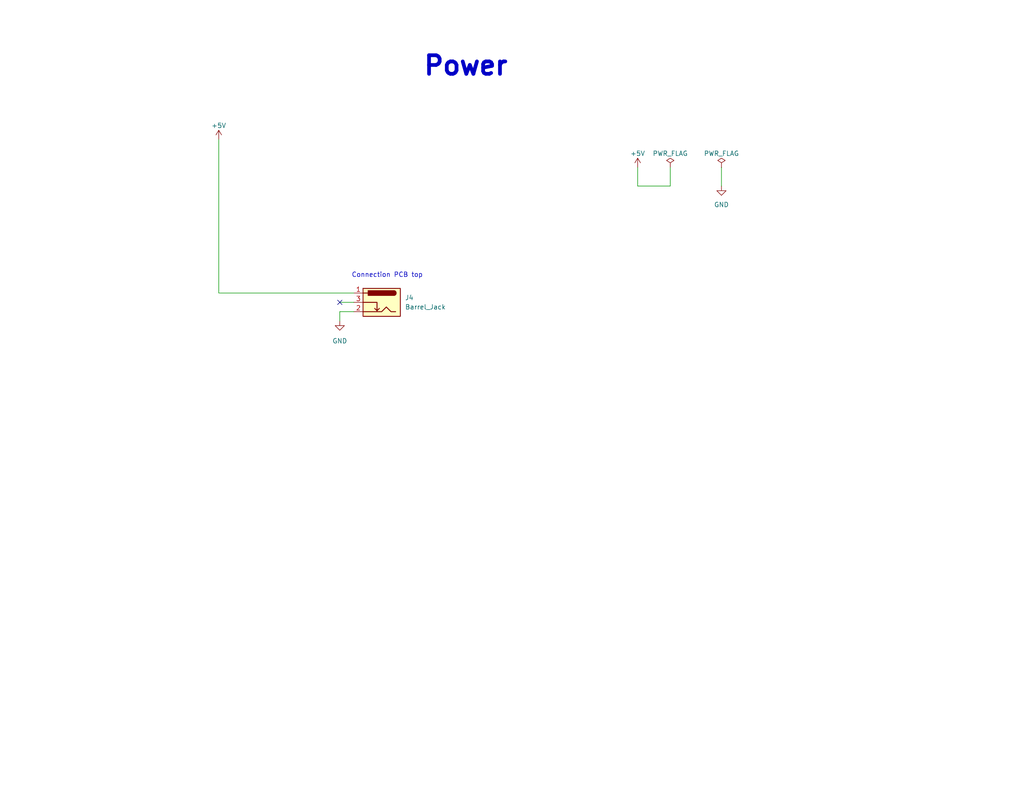
<source format=kicad_sch>
(kicad_sch (version 20250114) (generator "eeschema") (generator_version "9.0")
  (paper "USLetter")
  (title_block (title "Arena 12-12 G4.1 Belt :: Modular LED Display") (date "2025-07-24") (rev "v0.1") (company "MCN-NET @ Janelia"))
  (lib_symbols
    (symbol "Connector:Barrel_Jack_Switch" (pin_names (hide yes))
      (property "Reference" "J" (at 0 5.334 0))
      (property "Value" "Barrel_Jack_Switch" (at 0 -5.08 0))
      (symbol "Barrel_Jack_Switch_0_1"
        (rectangle (start -5.08 3.81) (end 5.08 -3.81) (stroke (width 0.254)) (fill (type background)))
        (polyline (pts (xy -3.81 -2.54) (xy -2.54 -2.54) (xy -1.27 -1.27) (xy 0 -2.54) (xy 2.54 -2.54) (xy 5.08 -2.54)) (stroke (width 0.254)))
        (arc (start -3.302 1.905) (mid -3.9343 2.54) (end -3.302 3.175) (stroke (width 0.254)))
        (arc (start -3.302 1.905) (mid -3.9343 2.54) (end -3.302 3.175) (stroke (width 0.254)) (fill (type outline)))
        (polyline (pts (xy 1.27 -2.286) (xy 1.905 -1.651)) (stroke (width 0.254)))
        (rectangle (start 3.683 3.175) (end -3.302 1.905) (stroke (width 0.254)) (fill (type outline)))
        (polyline (pts (xy 5.08 2.54) (xy 3.81 2.54)) (stroke (width 0.254)))
        (polyline (pts (xy 5.08 0) (xy 1.27 0) (xy 1.27 -2.286) (xy 0.635 -1.651)) (stroke (width 0.254)))
      )
      (symbol "Barrel_Jack_Switch_1_1"
        (pin passive line (at 7.62 2.54 180) (length 2.54) (name "~") (number "1"))
        (pin passive line (at 7.62 0 180) (length 2.54) (name "~") (number "3"))
        (pin passive line (at 7.62 -2.54 180) (length 2.54) (name "~") (number "2"))
      )
    )
    (symbol "power:+5V" (power) (pin_names (offset 0))
      (property "Value" "+5V" (at 0 3.556 0))
      (symbol "+5V_0_1"
        (polyline (pts (xy -0.762 1.27) (xy 0 2.54)))
        (polyline (pts (xy 0 2.54) (xy 0.762 1.27)))
        (polyline (pts (xy 0 0) (xy 0 2.54)))
      )
      (symbol "+5V_1_1"
        (pin power_in line (at 0 0 90) (length 0) (hide yes) (name "+5V") (number "1"))
      )
    )
    (symbol "power:GND" (power) (pin_names (offset 0))
      (property "Value" "GND" (at 0 -3.81 0))
      (symbol "GND_0_1"
        (polyline (pts (xy 0 0) (xy 0 -1.27) (xy 1.27 -1.27) (xy 0 -2.54) (xy -1.27 -1.27) (xy 0 -1.27)))
      )
      (symbol "GND_1_1"
        (pin power_in line (at 0 0 270) (length 0) (hide yes) (name "GND") (number "1"))
      )
    )
    (symbol "power:PWR_FLAG" (power) (pin_numbers (hide yes)) (pin_names (offset 0) (hide yes))
      (property "Value" "PWR_FLAG" (at 0 3.81 0))
      (symbol "PWR_FLAG_0_0"
        (pin power_out line (at 0 0 90) (length 0) (name "pwr") (number "1"))
      )
      (symbol "PWR_FLAG_0_1"
        (polyline (pts (xy 0 0) (xy 0 1.27) (xy -1.016 1.905) (xy 0 2.54) (xy 1.016 1.905) (xy 0 1.27)))
      )
    )
  )
  (text "Connection PCB top" (at 105.664 75.184 0) (effects (font (size 1.27 1.27))))
  (text "Power" (at 115.189 21.082 0) (effects (font (size 5.08 5.08) (thickness 1.016) (bold yes)) (justify left bottom)))
  (no_connect (at 92.71 82.55))
  (wire (pts (xy 173.99 45.72) (xy 173.99 50.8)))
  (wire (pts (xy 96.52 85.09) (xy 92.71 85.09)))
  (wire (pts (xy 92.71 82.55) (xy 96.52 82.55)))
  (wire (pts (xy 196.85 45.72) (xy 196.85 50.8)))
  (wire (pts (xy 59.69 38.1) (xy 59.69 80.01)))
  (wire (pts (xy 182.88 45.72) (xy 182.88 50.8)))
  (wire (pts (xy 182.88 50.8) (xy 173.99 50.8)))
  (wire (pts (xy 59.69 80.01) (xy 96.52 80.01)))
  (wire (pts (xy 92.71 85.09) (xy 92.71 87.63)))
  (symbol (lib_id "power:+5V") (at 173.99 45.72 0) (unit 1)
    (property "Reference" "#PWR074" (effects (hide yes)))
    (property "Value" "+5V" (at 173.99 41.91 0))
  )
  (symbol (lib_id "power:+5V") (at 59.69 38.1 0) (unit 1)
    (property "Reference" "#PWR04" (effects (hide yes)))
    (property "Value" "+5V" (at 59.69 34.29 0))
  )
  (symbol (lib_id "power:PWR_FLAG") (at 196.85 45.72 0) (unit 1)
    (property "Reference" "#FLG03" (effects (hide yes)))
    (property "Value" "PWR_FLAG" (at 196.85 41.91 0))
  )
  (symbol (lib_id "power:PWR_FLAG") (at 182.88 45.72 0) (unit 1)
    (property "Reference" "#FLG01" (effects (hide yes)))
    (property "Value" "PWR_FLAG" (at 182.88 41.91 0))
  )
  (symbol (lib_id "power:GND") (at 92.71 87.63 0) (unit 1)
    (property "Reference" "#PWR0561" (effects (hide yes)))
    (property "Value" "GND" (at 92.71 93.091 0))
  )
  (symbol (lib_id "power:GND") (at 196.85 50.8 0) (unit 1)
    (property "Reference" "#PWR013" (effects (hide yes)))
    (property "Value" "GND" (at 196.85 55.88 0))
  )
  (symbol (lib_id "Connector:Barrel_Jack_Switch") (at 104.14 82.55 0) (mirror y) (unit 1)
    (property "Reference" "J4" (at 110.49 81.2799 0) (effects (justify right)))
    (property "Value" "Barrel_Jack" (at 110.49 83.8199 0) (effects (justify right)))
    (property "Footprint" "Connector_BarrelJack:BarrelJack_CUI_PJ-036AH-SMT_Horizontal" (effects (hide yes)))
    (property "Description" "DC Barrel Jack with an internal switch" (effects (hide yes)))
    (property "DigiKey PN" "CP-036AHPJTR-ND" (effects (hide yes)))
    (property "LCSC Part #" "C3094052" (effects (hide yes)))
    (property "MPN" "PJ-036AH-SMT-TR" (effects (hide yes)))
  )
)
</source>
